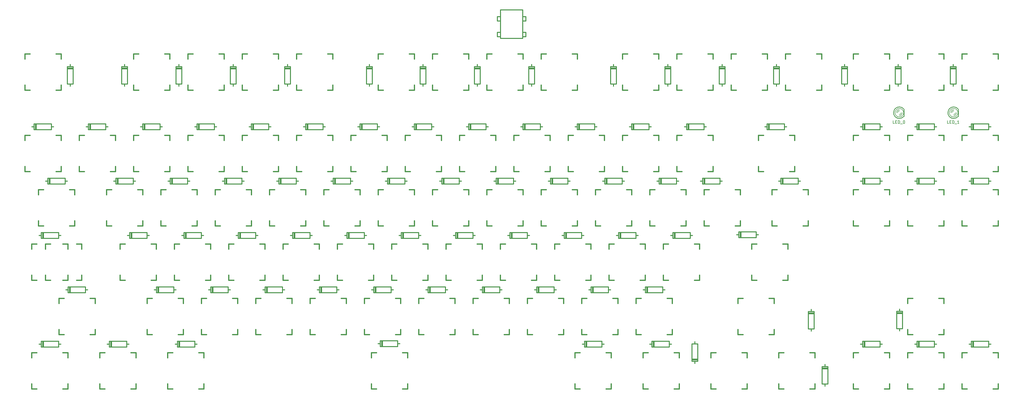
<source format=gto>
G04 (created by PCBNEW (2013-04-19 BZR 4011)-stable) date 14/07/2013 10:02:36 PM*
%MOIN*%
G04 Gerber Fmt 3.4, Leading zero omitted, Abs format*
%FSLAX34Y34*%
G01*
G70*
G90*
G04 APERTURE LIST*
%ADD10C,0*%
%ADD11C,0.007*%
%ADD12C,0.015*%
%ADD13C,0.01*%
%ADD14C,0.006*%
%ADD15C,0.012*%
G04 APERTURE END LIST*
G54D10*
G54D11*
X135700Y-17461D02*
X135509Y-17461D01*
X135509Y-17061D01*
X135833Y-17252D02*
X135966Y-17252D01*
X136023Y-17461D02*
X135833Y-17461D01*
X135833Y-17061D01*
X136023Y-17061D01*
X136195Y-17461D02*
X136195Y-17061D01*
X136290Y-17061D01*
X136347Y-17080D01*
X136385Y-17119D01*
X136404Y-17157D01*
X136423Y-17233D01*
X136423Y-17290D01*
X136404Y-17366D01*
X136385Y-17404D01*
X136347Y-17442D01*
X136290Y-17461D01*
X136195Y-17461D01*
X136500Y-17500D02*
X136804Y-17500D01*
X137109Y-17461D02*
X136880Y-17461D01*
X136995Y-17461D02*
X136995Y-17061D01*
X136957Y-17119D01*
X136919Y-17157D01*
X136880Y-17176D01*
X128200Y-17461D02*
X128009Y-17461D01*
X128009Y-17061D01*
X128333Y-17252D02*
X128466Y-17252D01*
X128523Y-17461D02*
X128333Y-17461D01*
X128333Y-17061D01*
X128523Y-17061D01*
X128695Y-17461D02*
X128695Y-17061D01*
X128790Y-17061D01*
X128847Y-17080D01*
X128885Y-17119D01*
X128904Y-17157D01*
X128923Y-17233D01*
X128923Y-17290D01*
X128904Y-17366D01*
X128885Y-17404D01*
X128847Y-17442D01*
X128790Y-17461D01*
X128695Y-17461D01*
X129000Y-17500D02*
X129304Y-17500D01*
X129476Y-17061D02*
X129514Y-17061D01*
X129552Y-17080D01*
X129571Y-17100D01*
X129590Y-17138D01*
X129609Y-17214D01*
X129609Y-17309D01*
X129590Y-17385D01*
X129571Y-17423D01*
X129552Y-17442D01*
X129514Y-17461D01*
X129476Y-17461D01*
X129438Y-17442D01*
X129419Y-17423D01*
X129400Y-17385D01*
X129380Y-17309D01*
X129380Y-17214D01*
X129400Y-17138D01*
X129419Y-17100D01*
X129438Y-17080D01*
X129476Y-17061D01*
G54D12*
X106572Y-41595D02*
X107272Y-41595D01*
X110872Y-41595D02*
X111572Y-41595D01*
X111572Y-41595D02*
X111572Y-42295D01*
X111572Y-45895D02*
X111572Y-46595D01*
X111572Y-46595D02*
X110872Y-46595D01*
X107272Y-46595D02*
X106572Y-46595D01*
X106572Y-46595D02*
X106572Y-45895D01*
X106572Y-42295D02*
X106572Y-41595D01*
G54D13*
X129480Y-16470D02*
X129480Y-15470D01*
G54D14*
X128399Y-15585D02*
G75*
G03X128260Y-15970I460J-384D01*
G74*
G01*
X128260Y-15970D02*
G75*
G03X128411Y-16367I599J0D01*
G74*
G01*
X129459Y-15970D02*
G75*
G03X129315Y-15580I-599J0D01*
G74*
G01*
X129320Y-16354D02*
G75*
G03X129460Y-15970I-460J384D01*
G74*
G01*
X129347Y-15620D02*
G75*
G03X128860Y-15370I-487J-349D01*
G74*
G01*
X128860Y-15370D02*
G75*
G03X128380Y-15609I0J-600D01*
G74*
G01*
X128860Y-16569D02*
G75*
G03X129332Y-16338I0J599D01*
G74*
G01*
X128386Y-16338D02*
G75*
G03X128860Y-16570I473J368D01*
G74*
G01*
X128860Y-15720D02*
G75*
G03X128610Y-15970I0J-250D01*
G74*
G01*
X128860Y-15570D02*
G75*
G03X128460Y-15970I0J-400D01*
G74*
G01*
X128860Y-16220D02*
G75*
G03X129110Y-15970I0J250D01*
G74*
G01*
X128860Y-16370D02*
G75*
G03X129260Y-15970I0J400D01*
G74*
G01*
G54D13*
X129473Y-15456D02*
G75*
G03X128860Y-15170I-613J-513D01*
G74*
G01*
X128860Y-15171D02*
G75*
G03X128155Y-15593I0J-799D01*
G74*
G01*
X128861Y-16768D02*
G75*
G03X129470Y-16485I-1J798D01*
G74*
G01*
X128165Y-16367D02*
G75*
G03X128860Y-16770I694J397D01*
G74*
G01*
X128155Y-15590D02*
G75*
G03X128060Y-15970I704J-379D01*
G74*
G01*
X128060Y-15970D02*
G75*
G03X128178Y-16388I799J0D01*
G74*
G01*
X136980Y-16470D02*
X136980Y-15470D01*
G54D14*
X135899Y-15585D02*
G75*
G03X135760Y-15970I460J-384D01*
G74*
G01*
X135760Y-15970D02*
G75*
G03X135911Y-16367I599J0D01*
G74*
G01*
X136959Y-15970D02*
G75*
G03X136815Y-15580I-599J0D01*
G74*
G01*
X136820Y-16354D02*
G75*
G03X136960Y-15970I-460J384D01*
G74*
G01*
X136847Y-15620D02*
G75*
G03X136360Y-15370I-487J-349D01*
G74*
G01*
X136360Y-15370D02*
G75*
G03X135880Y-15609I0J-600D01*
G74*
G01*
X136360Y-16569D02*
G75*
G03X136832Y-16338I0J599D01*
G74*
G01*
X135886Y-16338D02*
G75*
G03X136360Y-16570I473J368D01*
G74*
G01*
X136360Y-15720D02*
G75*
G03X136110Y-15970I0J-250D01*
G74*
G01*
X136360Y-15570D02*
G75*
G03X135960Y-15970I0J-400D01*
G74*
G01*
X136360Y-16220D02*
G75*
G03X136610Y-15970I0J250D01*
G74*
G01*
X136360Y-16370D02*
G75*
G03X136760Y-15970I0J400D01*
G74*
G01*
G54D13*
X136973Y-15456D02*
G75*
G03X136360Y-15170I-613J-513D01*
G74*
G01*
X136360Y-15171D02*
G75*
G03X135655Y-15593I0J-799D01*
G74*
G01*
X136361Y-16768D02*
G75*
G03X136970Y-16485I-1J798D01*
G74*
G01*
X135665Y-16367D02*
G75*
G03X136360Y-16770I694J397D01*
G74*
G01*
X135655Y-15590D02*
G75*
G03X135560Y-15970I704J-379D01*
G74*
G01*
X135560Y-15970D02*
G75*
G03X135678Y-16388I799J0D01*
G74*
G01*
G54D12*
X8135Y-19095D02*
X8835Y-19095D01*
X12435Y-19095D02*
X13135Y-19095D01*
X13135Y-19095D02*
X13135Y-19795D01*
X13135Y-23395D02*
X13135Y-24095D01*
X13135Y-24095D02*
X12435Y-24095D01*
X8835Y-24095D02*
X8135Y-24095D01*
X8135Y-24095D02*
X8135Y-23395D01*
X8135Y-19795D02*
X8135Y-19095D01*
X137510Y-49095D02*
X138210Y-49095D01*
X141810Y-49095D02*
X142510Y-49095D01*
X142510Y-49095D02*
X142510Y-49795D01*
X142510Y-53395D02*
X142510Y-54095D01*
X142510Y-54095D02*
X141810Y-54095D01*
X138210Y-54095D02*
X137510Y-54095D01*
X137510Y-54095D02*
X137510Y-53395D01*
X137510Y-49795D02*
X137510Y-49095D01*
X130010Y-26595D02*
X130710Y-26595D01*
X134310Y-26595D02*
X135010Y-26595D01*
X135010Y-26595D02*
X135010Y-27295D01*
X135010Y-30895D02*
X135010Y-31595D01*
X135010Y-31595D02*
X134310Y-31595D01*
X130710Y-31595D02*
X130010Y-31595D01*
X130010Y-31595D02*
X130010Y-30895D01*
X130010Y-27295D02*
X130010Y-26595D01*
X105635Y-7845D02*
X106335Y-7845D01*
X109935Y-7845D02*
X110635Y-7845D01*
X110635Y-7845D02*
X110635Y-8545D01*
X110635Y-12145D02*
X110635Y-12845D01*
X110635Y-12845D02*
X109935Y-12845D01*
X106335Y-12845D02*
X105635Y-12845D01*
X105635Y-12845D02*
X105635Y-12145D01*
X105635Y-8545D02*
X105635Y-7845D01*
X101885Y-26595D02*
X102585Y-26595D01*
X106185Y-26595D02*
X106885Y-26595D01*
X106885Y-26595D02*
X106885Y-27295D01*
X106885Y-30895D02*
X106885Y-31595D01*
X106885Y-31595D02*
X106185Y-31595D01*
X102585Y-31595D02*
X101885Y-31595D01*
X101885Y-31595D02*
X101885Y-30895D01*
X101885Y-27295D02*
X101885Y-26595D01*
X98135Y-19095D02*
X98835Y-19095D01*
X102435Y-19095D02*
X103135Y-19095D01*
X103135Y-19095D02*
X103135Y-19795D01*
X103135Y-23395D02*
X103135Y-24095D01*
X103135Y-24095D02*
X102435Y-24095D01*
X98835Y-24095D02*
X98135Y-24095D01*
X98135Y-24095D02*
X98135Y-23395D01*
X98135Y-19795D02*
X98135Y-19095D01*
X122510Y-7845D02*
X123210Y-7845D01*
X126810Y-7845D02*
X127510Y-7845D01*
X127510Y-7845D02*
X127510Y-8545D01*
X127510Y-12145D02*
X127510Y-12845D01*
X127510Y-12845D02*
X126810Y-12845D01*
X123210Y-12845D02*
X122510Y-12845D01*
X122510Y-12845D02*
X122510Y-12145D01*
X122510Y-8545D02*
X122510Y-7845D01*
X130010Y-19095D02*
X130710Y-19095D01*
X134310Y-19095D02*
X135010Y-19095D01*
X135010Y-19095D02*
X135010Y-19795D01*
X135010Y-23395D02*
X135010Y-24095D01*
X135010Y-24095D02*
X134310Y-24095D01*
X130710Y-24095D02*
X130010Y-24095D01*
X130010Y-24095D02*
X130010Y-23395D01*
X130010Y-19795D02*
X130010Y-19095D01*
X96260Y-34095D02*
X96960Y-34095D01*
X100560Y-34095D02*
X101260Y-34095D01*
X101260Y-34095D02*
X101260Y-34795D01*
X101260Y-38395D02*
X101260Y-39095D01*
X101260Y-39095D02*
X100560Y-39095D01*
X96960Y-39095D02*
X96260Y-39095D01*
X96260Y-39095D02*
X96260Y-38395D01*
X96260Y-34795D02*
X96260Y-34095D01*
X75635Y-19095D02*
X76335Y-19095D01*
X79935Y-19095D02*
X80635Y-19095D01*
X80635Y-19095D02*
X80635Y-19795D01*
X80635Y-23395D02*
X80635Y-24095D01*
X80635Y-24095D02*
X79935Y-24095D01*
X76335Y-24095D02*
X75635Y-24095D01*
X75635Y-24095D02*
X75635Y-23395D01*
X75635Y-19795D02*
X75635Y-19095D01*
X122510Y-26595D02*
X123210Y-26595D01*
X126810Y-26595D02*
X127510Y-26595D01*
X127510Y-26595D02*
X127510Y-27295D01*
X127510Y-30895D02*
X127510Y-31595D01*
X127510Y-31595D02*
X126810Y-31595D01*
X123210Y-31595D02*
X122510Y-31595D01*
X122510Y-31595D02*
X122510Y-30895D01*
X122510Y-27295D02*
X122510Y-26595D01*
X130010Y-7845D02*
X130710Y-7845D01*
X134310Y-7845D02*
X135010Y-7845D01*
X135010Y-7845D02*
X135010Y-8545D01*
X135010Y-12145D02*
X135010Y-12845D01*
X135010Y-12845D02*
X134310Y-12845D01*
X130710Y-12845D02*
X130010Y-12845D01*
X130010Y-12845D02*
X130010Y-12145D01*
X130010Y-8545D02*
X130010Y-7845D01*
X113135Y-7845D02*
X113835Y-7845D01*
X117435Y-7845D02*
X118135Y-7845D01*
X118135Y-7845D02*
X118135Y-8545D01*
X118135Y-12145D02*
X118135Y-12845D01*
X118135Y-12845D02*
X117435Y-12845D01*
X113835Y-12845D02*
X113135Y-12845D01*
X113135Y-12845D02*
X113135Y-12145D01*
X113135Y-8545D02*
X113135Y-7845D01*
X32510Y-41595D02*
X33210Y-41595D01*
X36810Y-41595D02*
X37510Y-41595D01*
X37510Y-41595D02*
X37510Y-42295D01*
X37510Y-45895D02*
X37510Y-46595D01*
X37510Y-46595D02*
X36810Y-46595D01*
X33210Y-46595D02*
X32510Y-46595D01*
X32510Y-46595D02*
X32510Y-45895D01*
X32510Y-42295D02*
X32510Y-41595D01*
X56885Y-26595D02*
X57585Y-26595D01*
X61185Y-26595D02*
X61885Y-26595D01*
X61885Y-26595D02*
X61885Y-27295D01*
X61885Y-30895D02*
X61885Y-31595D01*
X61885Y-31595D02*
X61185Y-31595D01*
X57585Y-31595D02*
X56885Y-31595D01*
X56885Y-31595D02*
X56885Y-30895D01*
X56885Y-27295D02*
X56885Y-26595D01*
X53135Y-19095D02*
X53835Y-19095D01*
X57435Y-19095D02*
X58135Y-19095D01*
X58135Y-19095D02*
X58135Y-19795D01*
X58135Y-23395D02*
X58135Y-24095D01*
X58135Y-24095D02*
X57435Y-24095D01*
X53835Y-24095D02*
X53135Y-24095D01*
X53135Y-24095D02*
X53135Y-23395D01*
X53135Y-19795D02*
X53135Y-19095D01*
X45635Y-7845D02*
X46335Y-7845D01*
X49935Y-7845D02*
X50635Y-7845D01*
X50635Y-7845D02*
X50635Y-8545D01*
X50635Y-12145D02*
X50635Y-12845D01*
X50635Y-12845D02*
X49935Y-12845D01*
X46335Y-12845D02*
X45635Y-12845D01*
X45635Y-12845D02*
X45635Y-12145D01*
X45635Y-8545D02*
X45635Y-7845D01*
X47510Y-41595D02*
X48210Y-41595D01*
X51810Y-41595D02*
X52510Y-41595D01*
X52510Y-41595D02*
X52510Y-42295D01*
X52510Y-45895D02*
X52510Y-46595D01*
X52510Y-46595D02*
X51810Y-46595D01*
X48210Y-46595D02*
X47510Y-46595D01*
X47510Y-46595D02*
X47510Y-45895D01*
X47510Y-42295D02*
X47510Y-41595D01*
X43760Y-34095D02*
X44460Y-34095D01*
X48060Y-34095D02*
X48760Y-34095D01*
X48760Y-34095D02*
X48760Y-34795D01*
X48760Y-38395D02*
X48760Y-39095D01*
X48760Y-39095D02*
X48060Y-39095D01*
X44460Y-39095D02*
X43760Y-39095D01*
X43760Y-39095D02*
X43760Y-38395D01*
X43760Y-34795D02*
X43760Y-34095D01*
X49385Y-26595D02*
X50085Y-26595D01*
X53685Y-26595D02*
X54385Y-26595D01*
X54385Y-26595D02*
X54385Y-27295D01*
X54385Y-30895D02*
X54385Y-31595D01*
X54385Y-31595D02*
X53685Y-31595D01*
X50085Y-31595D02*
X49385Y-31595D01*
X49385Y-31595D02*
X49385Y-30895D01*
X49385Y-27295D02*
X49385Y-26595D01*
X45635Y-19095D02*
X46335Y-19095D01*
X49935Y-19095D02*
X50635Y-19095D01*
X50635Y-19095D02*
X50635Y-19795D01*
X50635Y-23395D02*
X50635Y-24095D01*
X50635Y-24095D02*
X49935Y-24095D01*
X46335Y-24095D02*
X45635Y-24095D01*
X45635Y-24095D02*
X45635Y-23395D01*
X45635Y-19795D02*
X45635Y-19095D01*
X38135Y-7845D02*
X38835Y-7845D01*
X42435Y-7845D02*
X43135Y-7845D01*
X43135Y-7845D02*
X43135Y-8545D01*
X43135Y-12145D02*
X43135Y-12845D01*
X43135Y-12845D02*
X42435Y-12845D01*
X38835Y-12845D02*
X38135Y-12845D01*
X38135Y-12845D02*
X38135Y-12145D01*
X38135Y-8545D02*
X38135Y-7845D01*
X40010Y-41595D02*
X40710Y-41595D01*
X44310Y-41595D02*
X45010Y-41595D01*
X45010Y-41595D02*
X45010Y-42295D01*
X45010Y-45895D02*
X45010Y-46595D01*
X45010Y-46595D02*
X44310Y-46595D01*
X40710Y-46595D02*
X40010Y-46595D01*
X40010Y-46595D02*
X40010Y-45895D01*
X40010Y-42295D02*
X40010Y-41595D01*
X36260Y-34095D02*
X36960Y-34095D01*
X40560Y-34095D02*
X41260Y-34095D01*
X41260Y-34095D02*
X41260Y-34795D01*
X41260Y-38395D02*
X41260Y-39095D01*
X41260Y-39095D02*
X40560Y-39095D01*
X36960Y-39095D02*
X36260Y-39095D01*
X36260Y-39095D02*
X36260Y-38395D01*
X36260Y-34795D02*
X36260Y-34095D01*
X41885Y-26595D02*
X42585Y-26595D01*
X46185Y-26595D02*
X46885Y-26595D01*
X46885Y-26595D02*
X46885Y-27295D01*
X46885Y-30895D02*
X46885Y-31595D01*
X46885Y-31595D02*
X46185Y-31595D01*
X42585Y-31595D02*
X41885Y-31595D01*
X41885Y-31595D02*
X41885Y-30895D01*
X41885Y-27295D02*
X41885Y-26595D01*
X38135Y-19095D02*
X38835Y-19095D01*
X42435Y-19095D02*
X43135Y-19095D01*
X43135Y-19095D02*
X43135Y-19795D01*
X43135Y-23395D02*
X43135Y-24095D01*
X43135Y-24095D02*
X42435Y-24095D01*
X38835Y-24095D02*
X38135Y-24095D01*
X38135Y-24095D02*
X38135Y-23395D01*
X38135Y-19795D02*
X38135Y-19095D01*
X30635Y-7845D02*
X31335Y-7845D01*
X34935Y-7845D02*
X35635Y-7845D01*
X35635Y-7845D02*
X35635Y-8545D01*
X35635Y-12145D02*
X35635Y-12845D01*
X35635Y-12845D02*
X34935Y-12845D01*
X31335Y-12845D02*
X30635Y-12845D01*
X30635Y-12845D02*
X30635Y-12145D01*
X30635Y-8545D02*
X30635Y-7845D01*
X98135Y-7845D02*
X98835Y-7845D01*
X102435Y-7845D02*
X103135Y-7845D01*
X103135Y-7845D02*
X103135Y-8545D01*
X103135Y-12145D02*
X103135Y-12845D01*
X103135Y-12845D02*
X102435Y-12845D01*
X98835Y-12845D02*
X98135Y-12845D01*
X98135Y-12845D02*
X98135Y-12145D01*
X98135Y-8545D02*
X98135Y-7845D01*
X28760Y-34095D02*
X29460Y-34095D01*
X33060Y-34095D02*
X33760Y-34095D01*
X33760Y-34095D02*
X33760Y-34795D01*
X33760Y-38395D02*
X33760Y-39095D01*
X33760Y-39095D02*
X33060Y-39095D01*
X29460Y-39095D02*
X28760Y-39095D01*
X28760Y-39095D02*
X28760Y-38395D01*
X28760Y-34795D02*
X28760Y-34095D01*
X34385Y-26595D02*
X35085Y-26595D01*
X38685Y-26595D02*
X39385Y-26595D01*
X39385Y-26595D02*
X39385Y-27295D01*
X39385Y-30895D02*
X39385Y-31595D01*
X39385Y-31595D02*
X38685Y-31595D01*
X35085Y-31595D02*
X34385Y-31595D01*
X34385Y-31595D02*
X34385Y-30895D01*
X34385Y-27295D02*
X34385Y-26595D01*
X30635Y-19095D02*
X31335Y-19095D01*
X34935Y-19095D02*
X35635Y-19095D01*
X35635Y-19095D02*
X35635Y-19795D01*
X35635Y-23395D02*
X35635Y-24095D01*
X35635Y-24095D02*
X34935Y-24095D01*
X31335Y-24095D02*
X30635Y-24095D01*
X30635Y-24095D02*
X30635Y-23395D01*
X30635Y-19795D02*
X30635Y-19095D01*
X23135Y-7845D02*
X23835Y-7845D01*
X27435Y-7845D02*
X28135Y-7845D01*
X28135Y-7845D02*
X28135Y-8545D01*
X28135Y-12145D02*
X28135Y-12845D01*
X28135Y-12845D02*
X27435Y-12845D01*
X23835Y-12845D02*
X23135Y-12845D01*
X23135Y-12845D02*
X23135Y-12145D01*
X23135Y-8545D02*
X23135Y-7845D01*
X25010Y-41595D02*
X25710Y-41595D01*
X29310Y-41595D02*
X30010Y-41595D01*
X30010Y-41595D02*
X30010Y-42295D01*
X30010Y-45895D02*
X30010Y-46595D01*
X30010Y-46595D02*
X29310Y-46595D01*
X25710Y-46595D02*
X25010Y-46595D01*
X25010Y-46595D02*
X25010Y-45895D01*
X25010Y-42295D02*
X25010Y-41595D01*
X21260Y-34095D02*
X21960Y-34095D01*
X25560Y-34095D02*
X26260Y-34095D01*
X26260Y-34095D02*
X26260Y-34795D01*
X26260Y-38395D02*
X26260Y-39095D01*
X26260Y-39095D02*
X25560Y-39095D01*
X21960Y-39095D02*
X21260Y-39095D01*
X21260Y-39095D02*
X21260Y-38395D01*
X21260Y-34795D02*
X21260Y-34095D01*
X26885Y-26595D02*
X27585Y-26595D01*
X31185Y-26595D02*
X31885Y-26595D01*
X31885Y-26595D02*
X31885Y-27295D01*
X31885Y-30895D02*
X31885Y-31595D01*
X31885Y-31595D02*
X31185Y-31595D01*
X27585Y-31595D02*
X26885Y-31595D01*
X26885Y-31595D02*
X26885Y-30895D01*
X26885Y-27295D02*
X26885Y-26595D01*
X23135Y-19095D02*
X23835Y-19095D01*
X27435Y-19095D02*
X28135Y-19095D01*
X28135Y-19095D02*
X28135Y-19795D01*
X28135Y-23395D02*
X28135Y-24095D01*
X28135Y-24095D02*
X27435Y-24095D01*
X23835Y-24095D02*
X23135Y-24095D01*
X23135Y-24095D02*
X23135Y-23395D01*
X23135Y-19795D02*
X23135Y-19095D01*
X19385Y-26595D02*
X20085Y-26595D01*
X23685Y-26595D02*
X24385Y-26595D01*
X24385Y-26595D02*
X24385Y-27295D01*
X24385Y-30895D02*
X24385Y-31595D01*
X24385Y-31595D02*
X23685Y-31595D01*
X20085Y-31595D02*
X19385Y-31595D01*
X19385Y-31595D02*
X19385Y-30895D01*
X19385Y-27295D02*
X19385Y-26595D01*
X15635Y-19095D02*
X16335Y-19095D01*
X19935Y-19095D02*
X20635Y-19095D01*
X20635Y-19095D02*
X20635Y-19795D01*
X20635Y-23395D02*
X20635Y-24095D01*
X20635Y-24095D02*
X19935Y-24095D01*
X16335Y-24095D02*
X15635Y-24095D01*
X15635Y-24095D02*
X15635Y-23395D01*
X15635Y-19795D02*
X15635Y-19095D01*
X8135Y-7845D02*
X8835Y-7845D01*
X12435Y-7845D02*
X13135Y-7845D01*
X13135Y-7845D02*
X13135Y-8545D01*
X13135Y-12145D02*
X13135Y-12845D01*
X13135Y-12845D02*
X12435Y-12845D01*
X8835Y-12845D02*
X8135Y-12845D01*
X8135Y-12845D02*
X8135Y-12145D01*
X8135Y-8545D02*
X8135Y-7845D01*
X51260Y-34095D02*
X51960Y-34095D01*
X55560Y-34095D02*
X56260Y-34095D01*
X56260Y-34095D02*
X56260Y-34795D01*
X56260Y-38395D02*
X56260Y-39095D01*
X56260Y-39095D02*
X55560Y-39095D01*
X51960Y-39095D02*
X51260Y-39095D01*
X51260Y-39095D02*
X51260Y-38395D01*
X51260Y-34795D02*
X51260Y-34095D01*
X92510Y-41595D02*
X93210Y-41595D01*
X96810Y-41595D02*
X97510Y-41595D01*
X97510Y-41595D02*
X97510Y-42295D01*
X97510Y-45895D02*
X97510Y-46595D01*
X97510Y-46595D02*
X96810Y-46595D01*
X93210Y-46595D02*
X92510Y-46595D01*
X92510Y-46595D02*
X92510Y-45895D01*
X92510Y-42295D02*
X92510Y-41595D01*
X88760Y-34095D02*
X89460Y-34095D01*
X93060Y-34095D02*
X93760Y-34095D01*
X93760Y-34095D02*
X93760Y-34795D01*
X93760Y-38395D02*
X93760Y-39095D01*
X93760Y-39095D02*
X93060Y-39095D01*
X89460Y-39095D02*
X88760Y-39095D01*
X88760Y-39095D02*
X88760Y-38395D01*
X88760Y-34795D02*
X88760Y-34095D01*
X94385Y-26595D02*
X95085Y-26595D01*
X98685Y-26595D02*
X99385Y-26595D01*
X99385Y-26595D02*
X99385Y-27295D01*
X99385Y-30895D02*
X99385Y-31595D01*
X99385Y-31595D02*
X98685Y-31595D01*
X95085Y-31595D02*
X94385Y-31595D01*
X94385Y-31595D02*
X94385Y-30895D01*
X94385Y-27295D02*
X94385Y-26595D01*
X90635Y-19095D02*
X91335Y-19095D01*
X94935Y-19095D02*
X95635Y-19095D01*
X95635Y-19095D02*
X95635Y-19795D01*
X95635Y-23395D02*
X95635Y-24095D01*
X95635Y-24095D02*
X94935Y-24095D01*
X91335Y-24095D02*
X90635Y-24095D01*
X90635Y-24095D02*
X90635Y-23395D01*
X90635Y-19795D02*
X90635Y-19095D01*
X90635Y-7845D02*
X91335Y-7845D01*
X94935Y-7845D02*
X95635Y-7845D01*
X95635Y-7845D02*
X95635Y-8545D01*
X95635Y-12145D02*
X95635Y-12845D01*
X95635Y-12845D02*
X94935Y-12845D01*
X91335Y-12845D02*
X90635Y-12845D01*
X90635Y-12845D02*
X90635Y-12145D01*
X90635Y-8545D02*
X90635Y-7845D01*
X85010Y-41595D02*
X85710Y-41595D01*
X89310Y-41595D02*
X90010Y-41595D01*
X90010Y-41595D02*
X90010Y-42295D01*
X90010Y-45895D02*
X90010Y-46595D01*
X90010Y-46595D02*
X89310Y-46595D01*
X85710Y-46595D02*
X85010Y-46595D01*
X85010Y-46595D02*
X85010Y-45895D01*
X85010Y-42295D02*
X85010Y-41595D01*
X81260Y-34095D02*
X81960Y-34095D01*
X85560Y-34095D02*
X86260Y-34095D01*
X86260Y-34095D02*
X86260Y-34795D01*
X86260Y-38395D02*
X86260Y-39095D01*
X86260Y-39095D02*
X85560Y-39095D01*
X81960Y-39095D02*
X81260Y-39095D01*
X81260Y-39095D02*
X81260Y-38395D01*
X81260Y-34795D02*
X81260Y-34095D01*
X86885Y-26595D02*
X87585Y-26595D01*
X91185Y-26595D02*
X91885Y-26595D01*
X91885Y-26595D02*
X91885Y-27295D01*
X91885Y-30895D02*
X91885Y-31595D01*
X91885Y-31595D02*
X91185Y-31595D01*
X87585Y-31595D02*
X86885Y-31595D01*
X86885Y-31595D02*
X86885Y-30895D01*
X86885Y-27295D02*
X86885Y-26595D01*
X83135Y-19095D02*
X83835Y-19095D01*
X87435Y-19095D02*
X88135Y-19095D01*
X88135Y-19095D02*
X88135Y-19795D01*
X88135Y-23395D02*
X88135Y-24095D01*
X88135Y-24095D02*
X87435Y-24095D01*
X83835Y-24095D02*
X83135Y-24095D01*
X83135Y-24095D02*
X83135Y-23395D01*
X83135Y-19795D02*
X83135Y-19095D01*
X79385Y-7845D02*
X80085Y-7845D01*
X83685Y-7845D02*
X84385Y-7845D01*
X84385Y-7845D02*
X84385Y-8545D01*
X84385Y-12145D02*
X84385Y-12845D01*
X84385Y-12845D02*
X83685Y-12845D01*
X80085Y-12845D02*
X79385Y-12845D01*
X79385Y-12845D02*
X79385Y-12145D01*
X79385Y-8545D02*
X79385Y-7845D01*
X77510Y-41595D02*
X78210Y-41595D01*
X81810Y-41595D02*
X82510Y-41595D01*
X82510Y-41595D02*
X82510Y-42295D01*
X82510Y-45895D02*
X82510Y-46595D01*
X82510Y-46595D02*
X81810Y-46595D01*
X78210Y-46595D02*
X77510Y-46595D01*
X77510Y-46595D02*
X77510Y-45895D01*
X77510Y-42295D02*
X77510Y-41595D01*
X73760Y-34095D02*
X74460Y-34095D01*
X78060Y-34095D02*
X78760Y-34095D01*
X78760Y-34095D02*
X78760Y-34795D01*
X78760Y-38395D02*
X78760Y-39095D01*
X78760Y-39095D02*
X78060Y-39095D01*
X74460Y-39095D02*
X73760Y-39095D01*
X73760Y-39095D02*
X73760Y-38395D01*
X73760Y-34795D02*
X73760Y-34095D01*
X79385Y-26595D02*
X80085Y-26595D01*
X83685Y-26595D02*
X84385Y-26595D01*
X84385Y-26595D02*
X84385Y-27295D01*
X84385Y-30895D02*
X84385Y-31595D01*
X84385Y-31595D02*
X83685Y-31595D01*
X80085Y-31595D02*
X79385Y-31595D01*
X79385Y-31595D02*
X79385Y-30895D01*
X79385Y-27295D02*
X79385Y-26595D01*
X71885Y-7845D02*
X72585Y-7845D01*
X76185Y-7845D02*
X76885Y-7845D01*
X76885Y-7845D02*
X76885Y-8545D01*
X76885Y-12145D02*
X76885Y-12845D01*
X76885Y-12845D02*
X76185Y-12845D01*
X72585Y-12845D02*
X71885Y-12845D01*
X71885Y-12845D02*
X71885Y-12145D01*
X71885Y-8545D02*
X71885Y-7845D01*
X70010Y-41595D02*
X70710Y-41595D01*
X74310Y-41595D02*
X75010Y-41595D01*
X75010Y-41595D02*
X75010Y-42295D01*
X75010Y-45895D02*
X75010Y-46595D01*
X75010Y-46595D02*
X74310Y-46595D01*
X70710Y-46595D02*
X70010Y-46595D01*
X70010Y-46595D02*
X70010Y-45895D01*
X70010Y-42295D02*
X70010Y-41595D01*
X66260Y-34095D02*
X66960Y-34095D01*
X70560Y-34095D02*
X71260Y-34095D01*
X71260Y-34095D02*
X71260Y-34795D01*
X71260Y-38395D02*
X71260Y-39095D01*
X71260Y-39095D02*
X70560Y-39095D01*
X66960Y-39095D02*
X66260Y-39095D01*
X66260Y-39095D02*
X66260Y-38395D01*
X66260Y-34795D02*
X66260Y-34095D01*
X71885Y-26595D02*
X72585Y-26595D01*
X76185Y-26595D02*
X76885Y-26595D01*
X76885Y-26595D02*
X76885Y-27295D01*
X76885Y-30895D02*
X76885Y-31595D01*
X76885Y-31595D02*
X76185Y-31595D01*
X72585Y-31595D02*
X71885Y-31595D01*
X71885Y-31595D02*
X71885Y-30895D01*
X71885Y-27295D02*
X71885Y-26595D01*
X68135Y-19095D02*
X68835Y-19095D01*
X72435Y-19095D02*
X73135Y-19095D01*
X73135Y-19095D02*
X73135Y-19795D01*
X73135Y-23395D02*
X73135Y-24095D01*
X73135Y-24095D02*
X72435Y-24095D01*
X68835Y-24095D02*
X68135Y-24095D01*
X68135Y-24095D02*
X68135Y-23395D01*
X68135Y-19795D02*
X68135Y-19095D01*
X64385Y-7845D02*
X65085Y-7845D01*
X68685Y-7845D02*
X69385Y-7845D01*
X69385Y-7845D02*
X69385Y-8545D01*
X69385Y-12145D02*
X69385Y-12845D01*
X69385Y-12845D02*
X68685Y-12845D01*
X65085Y-12845D02*
X64385Y-12845D01*
X64385Y-12845D02*
X64385Y-12145D01*
X64385Y-8545D02*
X64385Y-7845D01*
X62510Y-41595D02*
X63210Y-41595D01*
X66810Y-41595D02*
X67510Y-41595D01*
X67510Y-41595D02*
X67510Y-42295D01*
X67510Y-45895D02*
X67510Y-46595D01*
X67510Y-46595D02*
X66810Y-46595D01*
X63210Y-46595D02*
X62510Y-46595D01*
X62510Y-46595D02*
X62510Y-45895D01*
X62510Y-42295D02*
X62510Y-41595D01*
X58760Y-34095D02*
X59460Y-34095D01*
X63060Y-34095D02*
X63760Y-34095D01*
X63760Y-34095D02*
X63760Y-34795D01*
X63760Y-38395D02*
X63760Y-39095D01*
X63760Y-39095D02*
X63060Y-39095D01*
X59460Y-39095D02*
X58760Y-39095D01*
X58760Y-39095D02*
X58760Y-38395D01*
X58760Y-34795D02*
X58760Y-34095D01*
X64385Y-26595D02*
X65085Y-26595D01*
X68685Y-26595D02*
X69385Y-26595D01*
X69385Y-26595D02*
X69385Y-27295D01*
X69385Y-30895D02*
X69385Y-31595D01*
X69385Y-31595D02*
X68685Y-31595D01*
X65085Y-31595D02*
X64385Y-31595D01*
X64385Y-31595D02*
X64385Y-30895D01*
X64385Y-27295D02*
X64385Y-26595D01*
X60635Y-19095D02*
X61335Y-19095D01*
X64935Y-19095D02*
X65635Y-19095D01*
X65635Y-19095D02*
X65635Y-19795D01*
X65635Y-23395D02*
X65635Y-24095D01*
X65635Y-24095D02*
X64935Y-24095D01*
X61335Y-24095D02*
X60635Y-24095D01*
X60635Y-24095D02*
X60635Y-23395D01*
X60635Y-19795D02*
X60635Y-19095D01*
X56885Y-7845D02*
X57585Y-7845D01*
X61185Y-7845D02*
X61885Y-7845D01*
X61885Y-7845D02*
X61885Y-8545D01*
X61885Y-12145D02*
X61885Y-12845D01*
X61885Y-12845D02*
X61185Y-12845D01*
X57585Y-12845D02*
X56885Y-12845D01*
X56885Y-12845D02*
X56885Y-12145D01*
X56885Y-8545D02*
X56885Y-7845D01*
X55010Y-41595D02*
X55710Y-41595D01*
X59310Y-41595D02*
X60010Y-41595D01*
X60010Y-41595D02*
X60010Y-42295D01*
X60010Y-45895D02*
X60010Y-46595D01*
X60010Y-46595D02*
X59310Y-46595D01*
X55710Y-46595D02*
X55010Y-46595D01*
X55010Y-46595D02*
X55010Y-45895D01*
X55010Y-42295D02*
X55010Y-41595D01*
X130010Y-49095D02*
X130710Y-49095D01*
X134310Y-49095D02*
X135010Y-49095D01*
X135010Y-49095D02*
X135010Y-49795D01*
X135010Y-53395D02*
X135010Y-54095D01*
X135010Y-54095D02*
X134310Y-54095D01*
X130710Y-54095D02*
X130010Y-54095D01*
X130010Y-54095D02*
X130010Y-53395D01*
X130010Y-49795D02*
X130010Y-49095D01*
X130010Y-41595D02*
X130710Y-41595D01*
X134310Y-41595D02*
X135010Y-41595D01*
X135010Y-41595D02*
X135010Y-42295D01*
X135010Y-45895D02*
X135010Y-46595D01*
X135010Y-46595D02*
X134310Y-46595D01*
X130710Y-46595D02*
X130010Y-46595D01*
X130010Y-46595D02*
X130010Y-45895D01*
X130010Y-42295D02*
X130010Y-41595D01*
X122510Y-49095D02*
X123210Y-49095D01*
X126810Y-49095D02*
X127510Y-49095D01*
X127510Y-49095D02*
X127510Y-49795D01*
X127510Y-53395D02*
X127510Y-54095D01*
X127510Y-54095D02*
X126810Y-54095D01*
X123210Y-54095D02*
X122510Y-54095D01*
X122510Y-54095D02*
X122510Y-53395D01*
X122510Y-49795D02*
X122510Y-49095D01*
X122510Y-19095D02*
X123210Y-19095D01*
X126810Y-19095D02*
X127510Y-19095D01*
X127510Y-19095D02*
X127510Y-19795D01*
X127510Y-23395D02*
X127510Y-24095D01*
X127510Y-24095D02*
X126810Y-24095D01*
X123210Y-24095D02*
X122510Y-24095D01*
X122510Y-24095D02*
X122510Y-23395D01*
X122510Y-19795D02*
X122510Y-19095D01*
X137510Y-7845D02*
X138210Y-7845D01*
X141810Y-7845D02*
X142510Y-7845D01*
X142510Y-7845D02*
X142510Y-8545D01*
X142510Y-12145D02*
X142510Y-12845D01*
X142510Y-12845D02*
X141810Y-12845D01*
X138210Y-12845D02*
X137510Y-12845D01*
X137510Y-12845D02*
X137510Y-12145D01*
X137510Y-8545D02*
X137510Y-7845D01*
X137510Y-19095D02*
X138210Y-19095D01*
X141810Y-19095D02*
X142510Y-19095D01*
X142510Y-19095D02*
X142510Y-19795D01*
X142510Y-23395D02*
X142510Y-24095D01*
X142510Y-24095D02*
X141810Y-24095D01*
X138210Y-24095D02*
X137510Y-24095D01*
X137510Y-24095D02*
X137510Y-23395D01*
X137510Y-19795D02*
X137510Y-19095D01*
X137510Y-26595D02*
X138210Y-26595D01*
X141810Y-26595D02*
X142510Y-26595D01*
X142510Y-26595D02*
X142510Y-27295D01*
X142510Y-30895D02*
X142510Y-31595D01*
X142510Y-31595D02*
X141810Y-31595D01*
X138210Y-31595D02*
X137510Y-31595D01*
X137510Y-31595D02*
X137510Y-30895D01*
X137510Y-27295D02*
X137510Y-26595D01*
X111260Y-26595D02*
X111960Y-26595D01*
X115560Y-26595D02*
X116260Y-26595D01*
X116260Y-26595D02*
X116260Y-27295D01*
X116260Y-30895D02*
X116260Y-31595D01*
X116260Y-31595D02*
X115560Y-31595D01*
X111960Y-31595D02*
X111260Y-31595D01*
X111260Y-31595D02*
X111260Y-30895D01*
X111260Y-27295D02*
X111260Y-26595D01*
X10010Y-26595D02*
X10710Y-26595D01*
X14310Y-26595D02*
X15010Y-26595D01*
X15010Y-26595D02*
X15010Y-27295D01*
X15010Y-30895D02*
X15010Y-31595D01*
X15010Y-31595D02*
X14310Y-31595D01*
X10710Y-31595D02*
X10010Y-31595D01*
X10010Y-31595D02*
X10010Y-30895D01*
X10010Y-27295D02*
X10010Y-26595D01*
X27822Y-49095D02*
X28522Y-49095D01*
X32122Y-49095D02*
X32822Y-49095D01*
X32822Y-49095D02*
X32822Y-49795D01*
X32822Y-53395D02*
X32822Y-54095D01*
X32822Y-54095D02*
X32122Y-54095D01*
X28522Y-54095D02*
X27822Y-54095D01*
X27822Y-54095D02*
X27822Y-53395D01*
X27822Y-49795D02*
X27822Y-49095D01*
X18447Y-49095D02*
X19147Y-49095D01*
X22747Y-49095D02*
X23447Y-49095D01*
X23447Y-49095D02*
X23447Y-49795D01*
X23447Y-53395D02*
X23447Y-54095D01*
X23447Y-54095D02*
X22747Y-54095D01*
X19147Y-54095D02*
X18447Y-54095D01*
X18447Y-54095D02*
X18447Y-53395D01*
X18447Y-49795D02*
X18447Y-49095D01*
X9072Y-49095D02*
X9772Y-49095D01*
X13372Y-49095D02*
X14072Y-49095D01*
X14072Y-49095D02*
X14072Y-49795D01*
X14072Y-53395D02*
X14072Y-54095D01*
X14072Y-54095D02*
X13372Y-54095D01*
X9772Y-54095D02*
X9072Y-54095D01*
X9072Y-54095D02*
X9072Y-53395D01*
X9072Y-49795D02*
X9072Y-49095D01*
X102822Y-49095D02*
X103522Y-49095D01*
X107122Y-49095D02*
X107822Y-49095D01*
X107822Y-49095D02*
X107822Y-49795D01*
X107822Y-53395D02*
X107822Y-54095D01*
X107822Y-54095D02*
X107122Y-54095D01*
X103522Y-54095D02*
X102822Y-54095D01*
X102822Y-54095D02*
X102822Y-53395D01*
X102822Y-49795D02*
X102822Y-49095D01*
X112197Y-49095D02*
X112897Y-49095D01*
X116497Y-49095D02*
X117197Y-49095D01*
X117197Y-49095D02*
X117197Y-49795D01*
X117197Y-53395D02*
X117197Y-54095D01*
X117197Y-54095D02*
X116497Y-54095D01*
X112897Y-54095D02*
X112197Y-54095D01*
X112197Y-54095D02*
X112197Y-53395D01*
X112197Y-49795D02*
X112197Y-49095D01*
X93447Y-49095D02*
X94147Y-49095D01*
X97747Y-49095D02*
X98447Y-49095D01*
X98447Y-49095D02*
X98447Y-49795D01*
X98447Y-53395D02*
X98447Y-54095D01*
X98447Y-54095D02*
X97747Y-54095D01*
X94147Y-54095D02*
X93447Y-54095D01*
X93447Y-54095D02*
X93447Y-53395D01*
X93447Y-49795D02*
X93447Y-49095D01*
X84072Y-49095D02*
X84772Y-49095D01*
X88372Y-49095D02*
X89072Y-49095D01*
X89072Y-49095D02*
X89072Y-49795D01*
X89072Y-53395D02*
X89072Y-54095D01*
X89072Y-54095D02*
X88372Y-54095D01*
X84772Y-54095D02*
X84072Y-54095D01*
X84072Y-54095D02*
X84072Y-53395D01*
X84072Y-49795D02*
X84072Y-49095D01*
X55947Y-49095D02*
X56647Y-49095D01*
X60247Y-49095D02*
X60947Y-49095D01*
X60947Y-49095D02*
X60947Y-49795D01*
X60947Y-53395D02*
X60947Y-54095D01*
X60947Y-54095D02*
X60247Y-54095D01*
X56647Y-54095D02*
X55947Y-54095D01*
X55947Y-54095D02*
X55947Y-53395D01*
X55947Y-49795D02*
X55947Y-49095D01*
X108447Y-34095D02*
X109147Y-34095D01*
X112747Y-34095D02*
X113447Y-34095D01*
X113447Y-34095D02*
X113447Y-34795D01*
X113447Y-38395D02*
X113447Y-39095D01*
X113447Y-39095D02*
X112747Y-39095D01*
X109147Y-39095D02*
X108447Y-39095D01*
X108447Y-39095D02*
X108447Y-38395D01*
X108447Y-34795D02*
X108447Y-34095D01*
X12822Y-41595D02*
X13522Y-41595D01*
X17122Y-41595D02*
X17822Y-41595D01*
X17822Y-41595D02*
X17822Y-42295D01*
X17822Y-45895D02*
X17822Y-46595D01*
X17822Y-46595D02*
X17122Y-46595D01*
X13522Y-46595D02*
X12822Y-46595D01*
X12822Y-46595D02*
X12822Y-45895D01*
X12822Y-42295D02*
X12822Y-41595D01*
X10947Y-34795D02*
X10947Y-34095D01*
X10947Y-39095D02*
X10947Y-38395D01*
X11647Y-39095D02*
X10947Y-39095D01*
X15947Y-39095D02*
X15247Y-39095D01*
X15947Y-38395D02*
X15947Y-39095D01*
X15947Y-34095D02*
X15947Y-34795D01*
X15247Y-34095D02*
X15947Y-34095D01*
X10947Y-34095D02*
X11647Y-34095D01*
X9072Y-34095D02*
X9772Y-34095D01*
X13372Y-34095D02*
X14072Y-34095D01*
X14072Y-34095D02*
X14072Y-34795D01*
X14072Y-38395D02*
X14072Y-39095D01*
X14072Y-39095D02*
X13372Y-39095D01*
X9772Y-39095D02*
X9072Y-39095D01*
X9072Y-39095D02*
X9072Y-38395D01*
X9072Y-34795D02*
X9072Y-34095D01*
X109385Y-19095D02*
X110085Y-19095D01*
X113685Y-19095D02*
X114385Y-19095D01*
X114385Y-19095D02*
X114385Y-19795D01*
X114385Y-23395D02*
X114385Y-24095D01*
X114385Y-24095D02*
X113685Y-24095D01*
X110085Y-24095D02*
X109385Y-24095D01*
X109385Y-24095D02*
X109385Y-23395D01*
X109385Y-19795D02*
X109385Y-19095D01*
G54D15*
X65400Y-25400D02*
X65700Y-25400D01*
X65700Y-25400D02*
X65700Y-25800D01*
X65700Y-25800D02*
X68100Y-25800D01*
X68100Y-25800D02*
X68100Y-25400D01*
X68100Y-25400D02*
X68400Y-25400D01*
X68100Y-25400D02*
X68100Y-25000D01*
X68100Y-25000D02*
X65700Y-25000D01*
X65700Y-25000D02*
X65700Y-25400D01*
X65900Y-25800D02*
X65900Y-25000D01*
X66000Y-25000D02*
X66000Y-25800D01*
X76600Y-17900D02*
X76900Y-17900D01*
X76900Y-17900D02*
X76900Y-18300D01*
X76900Y-18300D02*
X79300Y-18300D01*
X79300Y-18300D02*
X79300Y-17900D01*
X79300Y-17900D02*
X79600Y-17900D01*
X79300Y-17900D02*
X79300Y-17500D01*
X79300Y-17500D02*
X76900Y-17500D01*
X76900Y-17500D02*
X76900Y-17900D01*
X77100Y-18300D02*
X77100Y-17500D01*
X77200Y-17500D02*
X77200Y-18300D01*
X70600Y-9300D02*
X70600Y-9600D01*
X70600Y-9600D02*
X70200Y-9600D01*
X70200Y-9600D02*
X70200Y-12000D01*
X70200Y-12000D02*
X70600Y-12000D01*
X70600Y-12000D02*
X70600Y-12300D01*
X70600Y-12000D02*
X71000Y-12000D01*
X71000Y-12000D02*
X71000Y-9600D01*
X71000Y-9600D02*
X70600Y-9600D01*
X70200Y-9800D02*
X71000Y-9800D01*
X71000Y-9900D02*
X70200Y-9900D01*
X71000Y-40400D02*
X71300Y-40400D01*
X71300Y-40400D02*
X71300Y-40800D01*
X71300Y-40800D02*
X73700Y-40800D01*
X73700Y-40800D02*
X73700Y-40400D01*
X73700Y-40400D02*
X74000Y-40400D01*
X73700Y-40400D02*
X73700Y-40000D01*
X73700Y-40000D02*
X71300Y-40000D01*
X71300Y-40000D02*
X71300Y-40400D01*
X71500Y-40800D02*
X71500Y-40000D01*
X71600Y-40000D02*
X71600Y-40800D01*
X67300Y-32900D02*
X67600Y-32900D01*
X67600Y-32900D02*
X67600Y-33300D01*
X67600Y-33300D02*
X70000Y-33300D01*
X70000Y-33300D02*
X70000Y-32900D01*
X70000Y-32900D02*
X70300Y-32900D01*
X70000Y-32900D02*
X70000Y-32500D01*
X70000Y-32500D02*
X67600Y-32500D01*
X67600Y-32500D02*
X67600Y-32900D01*
X67800Y-33300D02*
X67800Y-32500D01*
X67900Y-32500D02*
X67900Y-33300D01*
X72900Y-25400D02*
X73200Y-25400D01*
X73200Y-25400D02*
X73200Y-25800D01*
X73200Y-25800D02*
X75600Y-25800D01*
X75600Y-25800D02*
X75600Y-25400D01*
X75600Y-25400D02*
X75900Y-25400D01*
X75600Y-25400D02*
X75600Y-25000D01*
X75600Y-25000D02*
X73200Y-25000D01*
X73200Y-25000D02*
X73200Y-25400D01*
X73400Y-25800D02*
X73400Y-25000D01*
X73500Y-25000D02*
X73500Y-25800D01*
X69100Y-17900D02*
X69400Y-17900D01*
X69400Y-17900D02*
X69400Y-18300D01*
X69400Y-18300D02*
X71800Y-18300D01*
X71800Y-18300D02*
X71800Y-17900D01*
X71800Y-17900D02*
X72100Y-17900D01*
X71800Y-17900D02*
X71800Y-17500D01*
X71800Y-17500D02*
X69400Y-17500D01*
X69400Y-17500D02*
X69400Y-17900D01*
X69600Y-18300D02*
X69600Y-17500D01*
X69700Y-17500D02*
X69700Y-18300D01*
X63100Y-9300D02*
X63100Y-9600D01*
X63100Y-9600D02*
X62700Y-9600D01*
X62700Y-9600D02*
X62700Y-12000D01*
X62700Y-12000D02*
X63100Y-12000D01*
X63100Y-12000D02*
X63100Y-12300D01*
X63100Y-12000D02*
X63500Y-12000D01*
X63500Y-12000D02*
X63500Y-9600D01*
X63500Y-9600D02*
X63100Y-9600D01*
X62700Y-9800D02*
X63500Y-9800D01*
X63500Y-9900D02*
X62700Y-9900D01*
X111900Y-9300D02*
X111900Y-9600D01*
X111900Y-9600D02*
X111500Y-9600D01*
X111500Y-9600D02*
X111500Y-12000D01*
X111500Y-12000D02*
X111900Y-12000D01*
X111900Y-12000D02*
X111900Y-12300D01*
X111900Y-12000D02*
X112300Y-12000D01*
X112300Y-12000D02*
X112300Y-9600D01*
X112300Y-9600D02*
X111900Y-9600D01*
X111500Y-9800D02*
X112300Y-9800D01*
X112300Y-9900D02*
X111500Y-9900D01*
X63500Y-40400D02*
X63800Y-40400D01*
X63800Y-40400D02*
X63800Y-40800D01*
X63800Y-40800D02*
X66200Y-40800D01*
X66200Y-40800D02*
X66200Y-40400D01*
X66200Y-40400D02*
X66500Y-40400D01*
X66200Y-40400D02*
X66200Y-40000D01*
X66200Y-40000D02*
X63800Y-40000D01*
X63800Y-40000D02*
X63800Y-40400D01*
X64000Y-40800D02*
X64000Y-40000D01*
X64100Y-40000D02*
X64100Y-40800D01*
X59800Y-32900D02*
X60100Y-32900D01*
X60100Y-32900D02*
X60100Y-33300D01*
X60100Y-33300D02*
X62500Y-33300D01*
X62500Y-33300D02*
X62500Y-32900D01*
X62500Y-32900D02*
X62800Y-32900D01*
X62500Y-32900D02*
X62500Y-32500D01*
X62500Y-32500D02*
X60100Y-32500D01*
X60100Y-32500D02*
X60100Y-32900D01*
X60300Y-33300D02*
X60300Y-32500D01*
X60400Y-32500D02*
X60400Y-33300D01*
X123500Y-17900D02*
X123800Y-17900D01*
X123800Y-17900D02*
X123800Y-18300D01*
X123800Y-18300D02*
X126200Y-18300D01*
X126200Y-18300D02*
X126200Y-17900D01*
X126200Y-17900D02*
X126500Y-17900D01*
X126200Y-17900D02*
X126200Y-17500D01*
X126200Y-17500D02*
X123800Y-17500D01*
X123800Y-17500D02*
X123800Y-17900D01*
X124000Y-18300D02*
X124000Y-17500D01*
X124100Y-17500D02*
X124100Y-18300D01*
X80400Y-25400D02*
X80700Y-25400D01*
X80700Y-25400D02*
X80700Y-25800D01*
X80700Y-25800D02*
X83100Y-25800D01*
X83100Y-25800D02*
X83100Y-25400D01*
X83100Y-25400D02*
X83400Y-25400D01*
X83100Y-25400D02*
X83100Y-25000D01*
X83100Y-25000D02*
X80700Y-25000D01*
X80700Y-25000D02*
X80700Y-25400D01*
X80900Y-25800D02*
X80900Y-25000D01*
X81000Y-25000D02*
X81000Y-25800D01*
X61600Y-17900D02*
X61900Y-17900D01*
X61900Y-17900D02*
X61900Y-18300D01*
X61900Y-18300D02*
X64300Y-18300D01*
X64300Y-18300D02*
X64300Y-17900D01*
X64300Y-17900D02*
X64600Y-17900D01*
X64300Y-17900D02*
X64300Y-17500D01*
X64300Y-17500D02*
X61900Y-17500D01*
X61900Y-17500D02*
X61900Y-17900D01*
X62100Y-18300D02*
X62100Y-17500D01*
X62200Y-17500D02*
X62200Y-18300D01*
X123500Y-25400D02*
X123800Y-25400D01*
X123800Y-25400D02*
X123800Y-25800D01*
X123800Y-25800D02*
X126200Y-25800D01*
X126200Y-25800D02*
X126200Y-25400D01*
X126200Y-25400D02*
X126500Y-25400D01*
X126200Y-25400D02*
X126200Y-25000D01*
X126200Y-25000D02*
X123800Y-25000D01*
X123800Y-25000D02*
X123800Y-25400D01*
X124000Y-25800D02*
X124000Y-25000D01*
X124100Y-25000D02*
X124100Y-25800D01*
X55700Y-9300D02*
X55700Y-9600D01*
X55700Y-9600D02*
X55300Y-9600D01*
X55300Y-9600D02*
X55300Y-12000D01*
X55300Y-12000D02*
X55700Y-12000D01*
X55700Y-12000D02*
X55700Y-12300D01*
X55700Y-12000D02*
X56100Y-12000D01*
X56100Y-12000D02*
X56100Y-9600D01*
X56100Y-9600D02*
X55700Y-9600D01*
X55300Y-9800D02*
X56100Y-9800D01*
X56100Y-9900D02*
X55300Y-9900D01*
X56000Y-40400D02*
X56300Y-40400D01*
X56300Y-40400D02*
X56300Y-40800D01*
X56300Y-40800D02*
X58700Y-40800D01*
X58700Y-40800D02*
X58700Y-40400D01*
X58700Y-40400D02*
X59000Y-40400D01*
X58700Y-40400D02*
X58700Y-40000D01*
X58700Y-40000D02*
X56300Y-40000D01*
X56300Y-40000D02*
X56300Y-40400D01*
X56500Y-40800D02*
X56500Y-40000D01*
X56600Y-40000D02*
X56600Y-40800D01*
X57900Y-25400D02*
X58200Y-25400D01*
X58200Y-25400D02*
X58200Y-25800D01*
X58200Y-25800D02*
X60600Y-25800D01*
X60600Y-25800D02*
X60600Y-25400D01*
X60600Y-25400D02*
X60900Y-25400D01*
X60600Y-25400D02*
X60600Y-25000D01*
X60600Y-25000D02*
X58200Y-25000D01*
X58200Y-25000D02*
X58200Y-25400D01*
X58400Y-25800D02*
X58400Y-25000D01*
X58500Y-25000D02*
X58500Y-25800D01*
X121300Y-9300D02*
X121300Y-9600D01*
X121300Y-9600D02*
X120900Y-9600D01*
X120900Y-9600D02*
X120900Y-12000D01*
X120900Y-12000D02*
X121300Y-12000D01*
X121300Y-12000D02*
X121300Y-12300D01*
X121300Y-12000D02*
X121700Y-12000D01*
X121700Y-12000D02*
X121700Y-9600D01*
X121700Y-9600D02*
X121300Y-9600D01*
X120900Y-9800D02*
X121700Y-9800D01*
X121700Y-9900D02*
X120900Y-9900D01*
X54100Y-17900D02*
X54400Y-17900D01*
X54400Y-17900D02*
X54400Y-18300D01*
X54400Y-18300D02*
X56800Y-18300D01*
X56800Y-18300D02*
X56800Y-17900D01*
X56800Y-17900D02*
X57100Y-17900D01*
X56800Y-17900D02*
X56800Y-17500D01*
X56800Y-17500D02*
X54400Y-17500D01*
X54400Y-17500D02*
X54400Y-17900D01*
X54600Y-18300D02*
X54600Y-17500D01*
X54700Y-17500D02*
X54700Y-18300D01*
X44400Y-9300D02*
X44400Y-9600D01*
X44400Y-9600D02*
X44000Y-9600D01*
X44000Y-9600D02*
X44000Y-12000D01*
X44000Y-12000D02*
X44400Y-12000D01*
X44400Y-12000D02*
X44400Y-12300D01*
X44400Y-12000D02*
X44800Y-12000D01*
X44800Y-12000D02*
X44800Y-9600D01*
X44800Y-9600D02*
X44400Y-9600D01*
X44000Y-9800D02*
X44800Y-9800D01*
X44800Y-9900D02*
X44000Y-9900D01*
X131000Y-17900D02*
X131300Y-17900D01*
X131300Y-17900D02*
X131300Y-18300D01*
X131300Y-18300D02*
X133700Y-18300D01*
X133700Y-18300D02*
X133700Y-17900D01*
X133700Y-17900D02*
X134000Y-17900D01*
X133700Y-17900D02*
X133700Y-17500D01*
X133700Y-17500D02*
X131300Y-17500D01*
X131300Y-17500D02*
X131300Y-17900D01*
X131500Y-18300D02*
X131500Y-17500D01*
X131600Y-17500D02*
X131600Y-18300D01*
X86000Y-40400D02*
X86300Y-40400D01*
X86300Y-40400D02*
X86300Y-40800D01*
X86300Y-40800D02*
X88700Y-40800D01*
X88700Y-40800D02*
X88700Y-40400D01*
X88700Y-40400D02*
X89000Y-40400D01*
X88700Y-40400D02*
X88700Y-40000D01*
X88700Y-40000D02*
X86300Y-40000D01*
X86300Y-40000D02*
X86300Y-40400D01*
X86500Y-40800D02*
X86500Y-40000D01*
X86600Y-40000D02*
X86600Y-40800D01*
X99200Y-17900D02*
X99500Y-17900D01*
X99500Y-17900D02*
X99500Y-18300D01*
X99500Y-18300D02*
X101900Y-18300D01*
X101900Y-18300D02*
X101900Y-17900D01*
X101900Y-17900D02*
X102200Y-17900D01*
X101900Y-17900D02*
X101900Y-17500D01*
X101900Y-17500D02*
X99500Y-17500D01*
X99500Y-17500D02*
X99500Y-17900D01*
X99700Y-18300D02*
X99700Y-17500D01*
X99800Y-17500D02*
X99800Y-18300D01*
X96900Y-9300D02*
X96900Y-9600D01*
X96900Y-9600D02*
X96500Y-9600D01*
X96500Y-9600D02*
X96500Y-12000D01*
X96500Y-12000D02*
X96900Y-12000D01*
X96900Y-12000D02*
X96900Y-12300D01*
X96900Y-12000D02*
X97300Y-12000D01*
X97300Y-12000D02*
X97300Y-9600D01*
X97300Y-9600D02*
X96900Y-9600D01*
X96500Y-9800D02*
X97300Y-9800D01*
X97300Y-9900D02*
X96500Y-9900D01*
X56885Y-47845D02*
X57185Y-47845D01*
X57185Y-47845D02*
X57185Y-48245D01*
X57185Y-48245D02*
X59585Y-48245D01*
X59585Y-48245D02*
X59585Y-47845D01*
X59585Y-47845D02*
X59885Y-47845D01*
X59585Y-47845D02*
X59585Y-47445D01*
X59585Y-47445D02*
X57185Y-47445D01*
X57185Y-47445D02*
X57185Y-47845D01*
X57385Y-48245D02*
X57385Y-47445D01*
X57485Y-47445D02*
X57485Y-48245D01*
X93500Y-40400D02*
X93800Y-40400D01*
X93800Y-40400D02*
X93800Y-40800D01*
X93800Y-40800D02*
X96200Y-40800D01*
X96200Y-40800D02*
X96200Y-40400D01*
X96200Y-40400D02*
X96500Y-40400D01*
X96200Y-40400D02*
X96200Y-40000D01*
X96200Y-40000D02*
X93800Y-40000D01*
X93800Y-40000D02*
X93800Y-40400D01*
X94000Y-40800D02*
X94000Y-40000D01*
X94100Y-40000D02*
X94100Y-40800D01*
X101400Y-25400D02*
X101700Y-25400D01*
X101700Y-25400D02*
X101700Y-25800D01*
X101700Y-25800D02*
X104100Y-25800D01*
X104100Y-25800D02*
X104100Y-25400D01*
X104100Y-25400D02*
X104400Y-25400D01*
X104100Y-25400D02*
X104100Y-25000D01*
X104100Y-25000D02*
X101700Y-25000D01*
X101700Y-25000D02*
X101700Y-25400D01*
X101900Y-25800D02*
X101900Y-25000D01*
X102000Y-25000D02*
X102000Y-25800D01*
X89800Y-32900D02*
X90100Y-32900D01*
X90100Y-32900D02*
X90100Y-33300D01*
X90100Y-33300D02*
X92500Y-33300D01*
X92500Y-33300D02*
X92500Y-32900D01*
X92500Y-32900D02*
X92800Y-32900D01*
X92500Y-32900D02*
X92500Y-32500D01*
X92500Y-32500D02*
X90100Y-32500D01*
X90100Y-32500D02*
X90100Y-32900D01*
X90300Y-33300D02*
X90300Y-32500D01*
X90400Y-32500D02*
X90400Y-33300D01*
X95400Y-25400D02*
X95700Y-25400D01*
X95700Y-25400D02*
X95700Y-25800D01*
X95700Y-25800D02*
X98100Y-25800D01*
X98100Y-25800D02*
X98100Y-25400D01*
X98100Y-25400D02*
X98400Y-25400D01*
X98100Y-25400D02*
X98100Y-25000D01*
X98100Y-25000D02*
X95700Y-25000D01*
X95700Y-25000D02*
X95700Y-25400D01*
X95900Y-25800D02*
X95900Y-25000D01*
X96000Y-25000D02*
X96000Y-25800D01*
X97300Y-32900D02*
X97600Y-32900D01*
X97600Y-32900D02*
X97600Y-33300D01*
X97600Y-33300D02*
X100000Y-33300D01*
X100000Y-33300D02*
X100000Y-32900D01*
X100000Y-32900D02*
X100300Y-32900D01*
X100000Y-32900D02*
X100000Y-32500D01*
X100000Y-32500D02*
X97600Y-32500D01*
X97600Y-32500D02*
X97600Y-32900D01*
X97800Y-33300D02*
X97800Y-32500D01*
X97900Y-32500D02*
X97900Y-33300D01*
X91600Y-17900D02*
X91900Y-17900D01*
X91900Y-17900D02*
X91900Y-18300D01*
X91900Y-18300D02*
X94300Y-18300D01*
X94300Y-18300D02*
X94300Y-17900D01*
X94300Y-17900D02*
X94600Y-17900D01*
X94300Y-17900D02*
X94300Y-17500D01*
X94300Y-17500D02*
X91900Y-17500D01*
X91900Y-17500D02*
X91900Y-17900D01*
X92100Y-18300D02*
X92100Y-17500D01*
X92200Y-17500D02*
X92200Y-18300D01*
X89400Y-9300D02*
X89400Y-9600D01*
X89400Y-9600D02*
X89000Y-9600D01*
X89000Y-9600D02*
X89000Y-12000D01*
X89000Y-12000D02*
X89400Y-12000D01*
X89400Y-12000D02*
X89400Y-12300D01*
X89400Y-12000D02*
X89800Y-12000D01*
X89800Y-12000D02*
X89800Y-9600D01*
X89800Y-9600D02*
X89400Y-9600D01*
X89000Y-9800D02*
X89800Y-9800D01*
X89800Y-9900D02*
X89000Y-9900D01*
X14400Y-9300D02*
X14400Y-9600D01*
X14400Y-9600D02*
X14000Y-9600D01*
X14000Y-9600D02*
X14000Y-12000D01*
X14000Y-12000D02*
X14400Y-12000D01*
X14400Y-12000D02*
X14400Y-12300D01*
X14400Y-12000D02*
X14800Y-12000D01*
X14800Y-12000D02*
X14800Y-9600D01*
X14800Y-9600D02*
X14400Y-9600D01*
X14000Y-9800D02*
X14800Y-9800D01*
X14800Y-9900D02*
X14000Y-9900D01*
X82300Y-32900D02*
X82600Y-32900D01*
X82600Y-32900D02*
X82600Y-33300D01*
X82600Y-33300D02*
X85000Y-33300D01*
X85000Y-33300D02*
X85000Y-32900D01*
X85000Y-32900D02*
X85300Y-32900D01*
X85000Y-32900D02*
X85000Y-32500D01*
X85000Y-32500D02*
X82600Y-32500D01*
X82600Y-32500D02*
X82600Y-32900D01*
X82800Y-33300D02*
X82800Y-32500D01*
X82900Y-32500D02*
X82900Y-33300D01*
X104400Y-9300D02*
X104400Y-9600D01*
X104400Y-9600D02*
X104000Y-9600D01*
X104000Y-9600D02*
X104000Y-12000D01*
X104000Y-12000D02*
X104400Y-12000D01*
X104400Y-12000D02*
X104400Y-12300D01*
X104400Y-12000D02*
X104800Y-12000D01*
X104800Y-12000D02*
X104800Y-9600D01*
X104800Y-9600D02*
X104400Y-9600D01*
X104000Y-9800D02*
X104800Y-9800D01*
X104800Y-9900D02*
X104000Y-9900D01*
X87900Y-25400D02*
X88200Y-25400D01*
X88200Y-25400D02*
X88200Y-25800D01*
X88200Y-25800D02*
X90600Y-25800D01*
X90600Y-25800D02*
X90600Y-25400D01*
X90600Y-25400D02*
X90900Y-25400D01*
X90600Y-25400D02*
X90600Y-25000D01*
X90600Y-25000D02*
X88200Y-25000D01*
X88200Y-25000D02*
X88200Y-25400D01*
X88400Y-25800D02*
X88400Y-25000D01*
X88500Y-25000D02*
X88500Y-25800D01*
X84100Y-17900D02*
X84400Y-17900D01*
X84400Y-17900D02*
X84400Y-18300D01*
X84400Y-18300D02*
X86800Y-18300D01*
X86800Y-18300D02*
X86800Y-17900D01*
X86800Y-17900D02*
X87100Y-17900D01*
X86800Y-17900D02*
X86800Y-17500D01*
X86800Y-17500D02*
X84400Y-17500D01*
X84400Y-17500D02*
X84400Y-17900D01*
X84600Y-18300D02*
X84600Y-17500D01*
X84700Y-17500D02*
X84700Y-18300D01*
X110300Y-17900D02*
X110600Y-17900D01*
X110600Y-17900D02*
X110600Y-18300D01*
X110600Y-18300D02*
X113000Y-18300D01*
X113000Y-18300D02*
X113000Y-17900D01*
X113000Y-17900D02*
X113300Y-17900D01*
X113000Y-17900D02*
X113000Y-17500D01*
X113000Y-17500D02*
X110600Y-17500D01*
X110600Y-17500D02*
X110600Y-17900D01*
X110800Y-18300D02*
X110800Y-17500D01*
X110900Y-17500D02*
X110900Y-18300D01*
X78100Y-9300D02*
X78100Y-9600D01*
X78100Y-9600D02*
X77700Y-9600D01*
X77700Y-9600D02*
X77700Y-12000D01*
X77700Y-12000D02*
X78100Y-12000D01*
X78100Y-12000D02*
X78100Y-12300D01*
X78100Y-12000D02*
X78500Y-12000D01*
X78500Y-12000D02*
X78500Y-9600D01*
X78500Y-9600D02*
X78100Y-9600D01*
X77700Y-9800D02*
X78500Y-9800D01*
X78500Y-9900D02*
X77700Y-9900D01*
X78500Y-40400D02*
X78800Y-40400D01*
X78800Y-40400D02*
X78800Y-40800D01*
X78800Y-40800D02*
X81200Y-40800D01*
X81200Y-40800D02*
X81200Y-40400D01*
X81200Y-40400D02*
X81500Y-40400D01*
X81200Y-40400D02*
X81200Y-40000D01*
X81200Y-40000D02*
X78800Y-40000D01*
X78800Y-40000D02*
X78800Y-40400D01*
X79000Y-40800D02*
X79000Y-40000D01*
X79100Y-40000D02*
X79100Y-40800D01*
X112200Y-25400D02*
X112500Y-25400D01*
X112500Y-25400D02*
X112500Y-25800D01*
X112500Y-25800D02*
X114900Y-25800D01*
X114900Y-25800D02*
X114900Y-25400D01*
X114900Y-25400D02*
X115200Y-25400D01*
X114900Y-25400D02*
X114900Y-25000D01*
X114900Y-25000D02*
X112500Y-25000D01*
X112500Y-25000D02*
X112500Y-25400D01*
X112700Y-25800D02*
X112700Y-25000D01*
X112800Y-25000D02*
X112800Y-25800D01*
X74800Y-32900D02*
X75100Y-32900D01*
X75100Y-32900D02*
X75100Y-33300D01*
X75100Y-33300D02*
X77500Y-33300D01*
X77500Y-33300D02*
X77500Y-32900D01*
X77500Y-32900D02*
X77800Y-32900D01*
X77500Y-32900D02*
X77500Y-32500D01*
X77500Y-32500D02*
X75100Y-32500D01*
X75100Y-32500D02*
X75100Y-32900D01*
X75300Y-33300D02*
X75300Y-32500D01*
X75400Y-32500D02*
X75400Y-33300D01*
X52300Y-32900D02*
X52600Y-32900D01*
X52600Y-32900D02*
X52600Y-33300D01*
X52600Y-33300D02*
X55000Y-33300D01*
X55000Y-33300D02*
X55000Y-32900D01*
X55000Y-32900D02*
X55300Y-32900D01*
X55000Y-32900D02*
X55000Y-32500D01*
X55000Y-32500D02*
X52600Y-32500D01*
X52600Y-32500D02*
X52600Y-32900D01*
X52800Y-33300D02*
X52800Y-32500D01*
X52900Y-32500D02*
X52900Y-33300D01*
X26000Y-40400D02*
X26300Y-40400D01*
X26300Y-40400D02*
X26300Y-40800D01*
X26300Y-40800D02*
X28700Y-40800D01*
X28700Y-40800D02*
X28700Y-40400D01*
X28700Y-40400D02*
X29000Y-40400D01*
X28700Y-40400D02*
X28700Y-40000D01*
X28700Y-40000D02*
X26300Y-40000D01*
X26300Y-40000D02*
X26300Y-40400D01*
X26500Y-40800D02*
X26500Y-40000D01*
X26600Y-40000D02*
X26600Y-40800D01*
X29400Y-9300D02*
X29400Y-9600D01*
X29400Y-9600D02*
X29000Y-9600D01*
X29000Y-9600D02*
X29000Y-12000D01*
X29000Y-12000D02*
X29400Y-12000D01*
X29400Y-12000D02*
X29400Y-12300D01*
X29400Y-12000D02*
X29800Y-12000D01*
X29800Y-12000D02*
X29800Y-9600D01*
X29800Y-9600D02*
X29400Y-9600D01*
X29000Y-9800D02*
X29800Y-9800D01*
X29800Y-9900D02*
X29000Y-9900D01*
X28900Y-47900D02*
X29200Y-47900D01*
X29200Y-47900D02*
X29200Y-48300D01*
X29200Y-48300D02*
X31600Y-48300D01*
X31600Y-48300D02*
X31600Y-47900D01*
X31600Y-47900D02*
X31900Y-47900D01*
X31600Y-47900D02*
X31600Y-47500D01*
X31600Y-47500D02*
X29200Y-47500D01*
X29200Y-47500D02*
X29200Y-47900D01*
X29400Y-48300D02*
X29400Y-47500D01*
X29500Y-47500D02*
X29500Y-48300D01*
X33500Y-40400D02*
X33800Y-40400D01*
X33800Y-40400D02*
X33800Y-40800D01*
X33800Y-40800D02*
X36200Y-40800D01*
X36200Y-40800D02*
X36200Y-40400D01*
X36200Y-40400D02*
X36500Y-40400D01*
X36200Y-40400D02*
X36200Y-40000D01*
X36200Y-40000D02*
X33800Y-40000D01*
X33800Y-40000D02*
X33800Y-40400D01*
X34000Y-40800D02*
X34000Y-40000D01*
X34100Y-40000D02*
X34100Y-40800D01*
X29800Y-32900D02*
X30100Y-32900D01*
X30100Y-32900D02*
X30100Y-33300D01*
X30100Y-33300D02*
X32500Y-33300D01*
X32500Y-33300D02*
X32500Y-32900D01*
X32500Y-32900D02*
X32800Y-32900D01*
X32500Y-32900D02*
X32500Y-32500D01*
X32500Y-32500D02*
X30100Y-32500D01*
X30100Y-32500D02*
X30100Y-32900D01*
X30300Y-33300D02*
X30300Y-32500D01*
X30400Y-32500D02*
X30400Y-33300D01*
X48500Y-40400D02*
X48800Y-40400D01*
X48800Y-40400D02*
X48800Y-40800D01*
X48800Y-40800D02*
X51200Y-40800D01*
X51200Y-40800D02*
X51200Y-40400D01*
X51200Y-40400D02*
X51500Y-40400D01*
X51200Y-40400D02*
X51200Y-40000D01*
X51200Y-40000D02*
X48800Y-40000D01*
X48800Y-40000D02*
X48800Y-40400D01*
X49000Y-40800D02*
X49000Y-40000D01*
X49100Y-40000D02*
X49100Y-40800D01*
X31600Y-17900D02*
X31900Y-17900D01*
X31900Y-17900D02*
X31900Y-18300D01*
X31900Y-18300D02*
X34300Y-18300D01*
X34300Y-18300D02*
X34300Y-17900D01*
X34300Y-17900D02*
X34600Y-17900D01*
X34300Y-17900D02*
X34300Y-17500D01*
X34300Y-17500D02*
X31900Y-17500D01*
X31900Y-17500D02*
X31900Y-17900D01*
X32100Y-18300D02*
X32100Y-17500D01*
X32200Y-17500D02*
X32200Y-18300D01*
X94400Y-47900D02*
X94700Y-47900D01*
X94700Y-47900D02*
X94700Y-48300D01*
X94700Y-48300D02*
X97100Y-48300D01*
X97100Y-48300D02*
X97100Y-47900D01*
X97100Y-47900D02*
X97400Y-47900D01*
X97100Y-47900D02*
X97100Y-47500D01*
X97100Y-47500D02*
X94700Y-47500D01*
X94700Y-47500D02*
X94700Y-47900D01*
X94900Y-48300D02*
X94900Y-47500D01*
X95000Y-47500D02*
X95000Y-48300D01*
X21900Y-9300D02*
X21900Y-9600D01*
X21900Y-9600D02*
X21500Y-9600D01*
X21500Y-9600D02*
X21500Y-12000D01*
X21500Y-12000D02*
X21900Y-12000D01*
X21900Y-12000D02*
X21900Y-12300D01*
X21900Y-12000D02*
X22300Y-12000D01*
X22300Y-12000D02*
X22300Y-9600D01*
X22300Y-9600D02*
X21900Y-9600D01*
X21500Y-9800D02*
X22300Y-9800D01*
X22300Y-9900D02*
X21500Y-9900D01*
X19500Y-47900D02*
X19800Y-47900D01*
X19800Y-47900D02*
X19800Y-48300D01*
X19800Y-48300D02*
X22200Y-48300D01*
X22200Y-48300D02*
X22200Y-47900D01*
X22200Y-47900D02*
X22500Y-47900D01*
X22200Y-47900D02*
X22200Y-47500D01*
X22200Y-47500D02*
X19800Y-47500D01*
X19800Y-47500D02*
X19800Y-47900D01*
X20000Y-48300D02*
X20000Y-47500D01*
X20100Y-47500D02*
X20100Y-48300D01*
X35400Y-25400D02*
X35700Y-25400D01*
X35700Y-25400D02*
X35700Y-25800D01*
X35700Y-25800D02*
X38100Y-25800D01*
X38100Y-25800D02*
X38100Y-25400D01*
X38100Y-25400D02*
X38400Y-25400D01*
X38100Y-25400D02*
X38100Y-25000D01*
X38100Y-25000D02*
X35700Y-25000D01*
X35700Y-25000D02*
X35700Y-25400D01*
X35900Y-25800D02*
X35900Y-25000D01*
X36000Y-25000D02*
X36000Y-25800D01*
X22300Y-32900D02*
X22600Y-32900D01*
X22600Y-32900D02*
X22600Y-33300D01*
X22600Y-33300D02*
X25000Y-33300D01*
X25000Y-33300D02*
X25000Y-32900D01*
X25000Y-32900D02*
X25300Y-32900D01*
X25000Y-32900D02*
X25000Y-32500D01*
X25000Y-32500D02*
X22600Y-32500D01*
X22600Y-32500D02*
X22600Y-32900D01*
X22800Y-33300D02*
X22800Y-32500D01*
X22900Y-32500D02*
X22900Y-33300D01*
X11000Y-25400D02*
X11300Y-25400D01*
X11300Y-25400D02*
X11300Y-25800D01*
X11300Y-25800D02*
X13700Y-25800D01*
X13700Y-25800D02*
X13700Y-25400D01*
X13700Y-25400D02*
X14000Y-25400D01*
X13700Y-25400D02*
X13700Y-25000D01*
X13700Y-25000D02*
X11300Y-25000D01*
X11300Y-25000D02*
X11300Y-25400D01*
X11500Y-25800D02*
X11500Y-25000D01*
X11600Y-25000D02*
X11600Y-25800D01*
X27900Y-25400D02*
X28200Y-25400D01*
X28200Y-25400D02*
X28200Y-25800D01*
X28200Y-25800D02*
X30600Y-25800D01*
X30600Y-25800D02*
X30600Y-25400D01*
X30600Y-25400D02*
X30900Y-25400D01*
X30600Y-25400D02*
X30600Y-25000D01*
X30600Y-25000D02*
X28200Y-25000D01*
X28200Y-25000D02*
X28200Y-25400D01*
X28400Y-25800D02*
X28400Y-25000D01*
X28500Y-25000D02*
X28500Y-25800D01*
X24100Y-17900D02*
X24400Y-17900D01*
X24400Y-17900D02*
X24400Y-18300D01*
X24400Y-18300D02*
X26800Y-18300D01*
X26800Y-18300D02*
X26800Y-17900D01*
X26800Y-17900D02*
X27100Y-17900D01*
X26800Y-17900D02*
X26800Y-17500D01*
X26800Y-17500D02*
X24400Y-17500D01*
X24400Y-17500D02*
X24400Y-17900D01*
X24600Y-18300D02*
X24600Y-17500D01*
X24700Y-17500D02*
X24700Y-18300D01*
X9100Y-17900D02*
X9400Y-17900D01*
X9400Y-17900D02*
X9400Y-18300D01*
X9400Y-18300D02*
X11800Y-18300D01*
X11800Y-18300D02*
X11800Y-17900D01*
X11800Y-17900D02*
X12100Y-17900D01*
X11800Y-17900D02*
X11800Y-17500D01*
X11800Y-17500D02*
X9400Y-17500D01*
X9400Y-17500D02*
X9400Y-17900D01*
X9600Y-18300D02*
X9600Y-17500D01*
X9700Y-17500D02*
X9700Y-18300D01*
X10100Y-47900D02*
X10400Y-47900D01*
X10400Y-47900D02*
X10400Y-48300D01*
X10400Y-48300D02*
X12800Y-48300D01*
X12800Y-48300D02*
X12800Y-47900D01*
X12800Y-47900D02*
X13100Y-47900D01*
X12800Y-47900D02*
X12800Y-47500D01*
X12800Y-47500D02*
X10400Y-47500D01*
X10400Y-47500D02*
X10400Y-47900D01*
X10600Y-48300D02*
X10600Y-47500D01*
X10700Y-47500D02*
X10700Y-48300D01*
X13800Y-40400D02*
X14100Y-40400D01*
X14100Y-40400D02*
X14100Y-40800D01*
X14100Y-40800D02*
X16500Y-40800D01*
X16500Y-40800D02*
X16500Y-40400D01*
X16500Y-40400D02*
X16800Y-40400D01*
X16500Y-40400D02*
X16500Y-40000D01*
X16500Y-40000D02*
X14100Y-40000D01*
X14100Y-40000D02*
X14100Y-40400D01*
X14300Y-40800D02*
X14300Y-40000D01*
X14400Y-40000D02*
X14400Y-40800D01*
X10100Y-32900D02*
X10400Y-32900D01*
X10400Y-32900D02*
X10400Y-33300D01*
X10400Y-33300D02*
X12800Y-33300D01*
X12800Y-33300D02*
X12800Y-32900D01*
X12800Y-32900D02*
X13100Y-32900D01*
X12800Y-32900D02*
X12800Y-32500D01*
X12800Y-32500D02*
X10400Y-32500D01*
X10400Y-32500D02*
X10400Y-32900D01*
X10600Y-33300D02*
X10600Y-32500D01*
X10700Y-32500D02*
X10700Y-33300D01*
X20400Y-25400D02*
X20700Y-25400D01*
X20700Y-25400D02*
X20700Y-25800D01*
X20700Y-25800D02*
X23100Y-25800D01*
X23100Y-25800D02*
X23100Y-25400D01*
X23100Y-25400D02*
X23400Y-25400D01*
X23100Y-25400D02*
X23100Y-25000D01*
X23100Y-25000D02*
X20700Y-25000D01*
X20700Y-25000D02*
X20700Y-25400D01*
X20900Y-25800D02*
X20900Y-25000D01*
X21000Y-25000D02*
X21000Y-25800D01*
X16600Y-17900D02*
X16900Y-17900D01*
X16900Y-17900D02*
X16900Y-18300D01*
X16900Y-18300D02*
X19300Y-18300D01*
X19300Y-18300D02*
X19300Y-17900D01*
X19300Y-17900D02*
X19600Y-17900D01*
X19300Y-17900D02*
X19300Y-17500D01*
X19300Y-17500D02*
X16900Y-17500D01*
X16900Y-17500D02*
X16900Y-17900D01*
X17100Y-18300D02*
X17100Y-17500D01*
X17200Y-17500D02*
X17200Y-18300D01*
X85100Y-47900D02*
X85400Y-47900D01*
X85400Y-47900D02*
X85400Y-48300D01*
X85400Y-48300D02*
X87800Y-48300D01*
X87800Y-48300D02*
X87800Y-47900D01*
X87800Y-47900D02*
X88100Y-47900D01*
X87800Y-47900D02*
X87800Y-47500D01*
X87800Y-47500D02*
X85400Y-47500D01*
X85400Y-47500D02*
X85400Y-47900D01*
X85600Y-48300D02*
X85600Y-47500D01*
X85700Y-47500D02*
X85700Y-48300D01*
X46600Y-17900D02*
X46900Y-17900D01*
X46900Y-17900D02*
X46900Y-18300D01*
X46900Y-18300D02*
X49300Y-18300D01*
X49300Y-18300D02*
X49300Y-17900D01*
X49300Y-17900D02*
X49600Y-17900D01*
X49300Y-17900D02*
X49300Y-17500D01*
X49300Y-17500D02*
X46900Y-17500D01*
X46900Y-17500D02*
X46900Y-17900D01*
X47100Y-18300D02*
X47100Y-17500D01*
X47200Y-17500D02*
X47200Y-18300D01*
X50400Y-25400D02*
X50700Y-25400D01*
X50700Y-25400D02*
X50700Y-25800D01*
X50700Y-25800D02*
X53100Y-25800D01*
X53100Y-25800D02*
X53100Y-25400D01*
X53100Y-25400D02*
X53400Y-25400D01*
X53100Y-25400D02*
X53100Y-25000D01*
X53100Y-25000D02*
X50700Y-25000D01*
X50700Y-25000D02*
X50700Y-25400D01*
X50900Y-25800D02*
X50900Y-25000D01*
X51000Y-25000D02*
X51000Y-25800D01*
X36900Y-9300D02*
X36900Y-9600D01*
X36900Y-9600D02*
X36500Y-9600D01*
X36500Y-9600D02*
X36500Y-12000D01*
X36500Y-12000D02*
X36900Y-12000D01*
X36900Y-12000D02*
X36900Y-12300D01*
X36900Y-12000D02*
X37300Y-12000D01*
X37300Y-12000D02*
X37300Y-9600D01*
X37300Y-9600D02*
X36900Y-9600D01*
X36500Y-9800D02*
X37300Y-9800D01*
X37300Y-9900D02*
X36500Y-9900D01*
X131000Y-25400D02*
X131300Y-25400D01*
X131300Y-25400D02*
X131300Y-25800D01*
X131300Y-25800D02*
X133700Y-25800D01*
X133700Y-25800D02*
X133700Y-25400D01*
X133700Y-25400D02*
X134000Y-25400D01*
X133700Y-25400D02*
X133700Y-25000D01*
X133700Y-25000D02*
X131300Y-25000D01*
X131300Y-25000D02*
X131300Y-25400D01*
X131500Y-25800D02*
X131500Y-25000D01*
X131600Y-25000D02*
X131600Y-25800D01*
X41000Y-40400D02*
X41300Y-40400D01*
X41300Y-40400D02*
X41300Y-40800D01*
X41300Y-40800D02*
X43700Y-40800D01*
X43700Y-40800D02*
X43700Y-40400D01*
X43700Y-40400D02*
X44000Y-40400D01*
X43700Y-40400D02*
X43700Y-40000D01*
X43700Y-40000D02*
X41300Y-40000D01*
X41300Y-40000D02*
X41300Y-40400D01*
X41500Y-40800D02*
X41500Y-40000D01*
X41600Y-40000D02*
X41600Y-40800D01*
X37300Y-32900D02*
X37600Y-32900D01*
X37600Y-32900D02*
X37600Y-33300D01*
X37600Y-33300D02*
X40000Y-33300D01*
X40000Y-33300D02*
X40000Y-32900D01*
X40000Y-32900D02*
X40300Y-32900D01*
X40000Y-32900D02*
X40000Y-32500D01*
X40000Y-32500D02*
X37600Y-32500D01*
X37600Y-32500D02*
X37600Y-32900D01*
X37800Y-33300D02*
X37800Y-32500D01*
X37900Y-32500D02*
X37900Y-33300D01*
X44800Y-32900D02*
X45100Y-32900D01*
X45100Y-32900D02*
X45100Y-33300D01*
X45100Y-33300D02*
X47500Y-33300D01*
X47500Y-33300D02*
X47500Y-32900D01*
X47500Y-32900D02*
X47800Y-32900D01*
X47500Y-32900D02*
X47500Y-32500D01*
X47500Y-32500D02*
X45100Y-32500D01*
X45100Y-32500D02*
X45100Y-32900D01*
X45300Y-33300D02*
X45300Y-32500D01*
X45400Y-32500D02*
X45400Y-33300D01*
X42900Y-25400D02*
X43200Y-25400D01*
X43200Y-25400D02*
X43200Y-25800D01*
X43200Y-25800D02*
X45600Y-25800D01*
X45600Y-25800D02*
X45600Y-25400D01*
X45600Y-25400D02*
X45900Y-25400D01*
X45600Y-25400D02*
X45600Y-25000D01*
X45600Y-25000D02*
X43200Y-25000D01*
X43200Y-25000D02*
X43200Y-25400D01*
X43400Y-25800D02*
X43400Y-25000D01*
X43500Y-25000D02*
X43500Y-25800D01*
X128700Y-9300D02*
X128700Y-9600D01*
X128700Y-9600D02*
X128300Y-9600D01*
X128300Y-9600D02*
X128300Y-12000D01*
X128300Y-12000D02*
X128700Y-12000D01*
X128700Y-12000D02*
X128700Y-12300D01*
X128700Y-12000D02*
X129100Y-12000D01*
X129100Y-12000D02*
X129100Y-9600D01*
X129100Y-9600D02*
X128700Y-9600D01*
X128300Y-9800D02*
X129100Y-9800D01*
X129100Y-9900D02*
X128300Y-9900D01*
X39100Y-17900D02*
X39400Y-17900D01*
X39400Y-17900D02*
X39400Y-18300D01*
X39400Y-18300D02*
X41800Y-18300D01*
X41800Y-18300D02*
X41800Y-17900D01*
X41800Y-17900D02*
X42100Y-17900D01*
X41800Y-17900D02*
X41800Y-17500D01*
X41800Y-17500D02*
X39400Y-17500D01*
X39400Y-17500D02*
X39400Y-17900D01*
X39600Y-18300D02*
X39600Y-17500D01*
X39700Y-17500D02*
X39700Y-18300D01*
X106400Y-32800D02*
X106700Y-32800D01*
X106700Y-32800D02*
X106700Y-33200D01*
X106700Y-33200D02*
X109100Y-33200D01*
X109100Y-33200D02*
X109100Y-32800D01*
X109100Y-32800D02*
X109400Y-32800D01*
X109100Y-32800D02*
X109100Y-32400D01*
X109100Y-32400D02*
X106700Y-32400D01*
X106700Y-32400D02*
X106700Y-32800D01*
X106900Y-33200D02*
X106900Y-32400D01*
X107000Y-32400D02*
X107000Y-33200D01*
X116700Y-43100D02*
X116700Y-43400D01*
X116700Y-43400D02*
X116300Y-43400D01*
X116300Y-43400D02*
X116300Y-45800D01*
X116300Y-45800D02*
X116700Y-45800D01*
X116700Y-45800D02*
X116700Y-46100D01*
X116700Y-45800D02*
X117100Y-45800D01*
X117100Y-45800D02*
X117100Y-43400D01*
X117100Y-43400D02*
X116700Y-43400D01*
X116300Y-43600D02*
X117100Y-43600D01*
X117100Y-43700D02*
X116300Y-43700D01*
X118600Y-50700D02*
X118600Y-51000D01*
X118600Y-51000D02*
X118200Y-51000D01*
X118200Y-51000D02*
X118200Y-53400D01*
X118200Y-53400D02*
X118600Y-53400D01*
X118600Y-53400D02*
X118600Y-53700D01*
X118600Y-53400D02*
X119000Y-53400D01*
X119000Y-53400D02*
X119000Y-51000D01*
X119000Y-51000D02*
X118600Y-51000D01*
X118200Y-51200D02*
X119000Y-51200D01*
X119000Y-51300D02*
X118200Y-51300D01*
X123500Y-47900D02*
X123800Y-47900D01*
X123800Y-47900D02*
X123800Y-48300D01*
X123800Y-48300D02*
X126200Y-48300D01*
X126200Y-48300D02*
X126200Y-47900D01*
X126200Y-47900D02*
X126500Y-47900D01*
X126200Y-47900D02*
X126200Y-47500D01*
X126200Y-47500D02*
X123800Y-47500D01*
X123800Y-47500D02*
X123800Y-47900D01*
X124000Y-48300D02*
X124000Y-47500D01*
X124100Y-47500D02*
X124100Y-48300D01*
X100635Y-50595D02*
X100635Y-50295D01*
X100635Y-50295D02*
X101035Y-50295D01*
X101035Y-50295D02*
X101035Y-47895D01*
X101035Y-47895D02*
X100635Y-47895D01*
X100635Y-47895D02*
X100635Y-47595D01*
X100635Y-47895D02*
X100235Y-47895D01*
X100235Y-47895D02*
X100235Y-50295D01*
X100235Y-50295D02*
X100635Y-50295D01*
X101035Y-50095D02*
X100235Y-50095D01*
X100235Y-49995D02*
X101035Y-49995D01*
X128885Y-43095D02*
X128885Y-43395D01*
X128885Y-43395D02*
X128485Y-43395D01*
X128485Y-43395D02*
X128485Y-45795D01*
X128485Y-45795D02*
X128885Y-45795D01*
X128885Y-45795D02*
X128885Y-46095D01*
X128885Y-45795D02*
X129285Y-45795D01*
X129285Y-45795D02*
X129285Y-43395D01*
X129285Y-43395D02*
X128885Y-43395D01*
X128485Y-43595D02*
X129285Y-43595D01*
X129285Y-43695D02*
X128485Y-43695D01*
X131000Y-47900D02*
X131300Y-47900D01*
X131300Y-47900D02*
X131300Y-48300D01*
X131300Y-48300D02*
X133700Y-48300D01*
X133700Y-48300D02*
X133700Y-47900D01*
X133700Y-47900D02*
X134000Y-47900D01*
X133700Y-47900D02*
X133700Y-47500D01*
X133700Y-47500D02*
X131300Y-47500D01*
X131300Y-47500D02*
X131300Y-47900D01*
X131500Y-48300D02*
X131500Y-47500D01*
X131600Y-47500D02*
X131600Y-48300D01*
X136300Y-9300D02*
X136300Y-9600D01*
X136300Y-9600D02*
X135900Y-9600D01*
X135900Y-9600D02*
X135900Y-12000D01*
X135900Y-12000D02*
X136300Y-12000D01*
X136300Y-12000D02*
X136300Y-12300D01*
X136300Y-12000D02*
X136700Y-12000D01*
X136700Y-12000D02*
X136700Y-9600D01*
X136700Y-9600D02*
X136300Y-9600D01*
X135900Y-9800D02*
X136700Y-9800D01*
X136700Y-9900D02*
X135900Y-9900D01*
X138500Y-17900D02*
X138800Y-17900D01*
X138800Y-17900D02*
X138800Y-18300D01*
X138800Y-18300D02*
X141200Y-18300D01*
X141200Y-18300D02*
X141200Y-17900D01*
X141200Y-17900D02*
X141500Y-17900D01*
X141200Y-17900D02*
X141200Y-17500D01*
X141200Y-17500D02*
X138800Y-17500D01*
X138800Y-17500D02*
X138800Y-17900D01*
X139000Y-18300D02*
X139000Y-17500D01*
X139100Y-17500D02*
X139100Y-18300D01*
X138500Y-25400D02*
X138800Y-25400D01*
X138800Y-25400D02*
X138800Y-25800D01*
X138800Y-25800D02*
X141200Y-25800D01*
X141200Y-25800D02*
X141200Y-25400D01*
X141200Y-25400D02*
X141500Y-25400D01*
X141200Y-25400D02*
X141200Y-25000D01*
X141200Y-25000D02*
X138800Y-25000D01*
X138800Y-25000D02*
X138800Y-25400D01*
X139000Y-25800D02*
X139000Y-25000D01*
X139100Y-25000D02*
X139100Y-25800D01*
X138500Y-47900D02*
X138800Y-47900D01*
X138800Y-47900D02*
X138800Y-48300D01*
X138800Y-48300D02*
X141200Y-48300D01*
X141200Y-48300D02*
X141200Y-47900D01*
X141200Y-47900D02*
X141500Y-47900D01*
X141200Y-47900D02*
X141200Y-47500D01*
X141200Y-47500D02*
X138800Y-47500D01*
X138800Y-47500D02*
X138800Y-47900D01*
X139000Y-48300D02*
X139000Y-47500D01*
X139100Y-47500D02*
X139100Y-48300D01*
X76855Y-5474D02*
X77289Y-5474D01*
X77289Y-5474D02*
X77289Y-4883D01*
X77289Y-4883D02*
X76855Y-4883D01*
X73351Y-4882D02*
X73785Y-4882D01*
X73351Y-5473D02*
X73351Y-4882D01*
X73785Y-5473D02*
X73351Y-5473D01*
X73785Y-3307D02*
X73351Y-3307D01*
X73351Y-3307D02*
X73351Y-2716D01*
X73351Y-2716D02*
X73785Y-2716D01*
X76855Y-3307D02*
X77289Y-3307D01*
X77289Y-3307D02*
X77289Y-2716D01*
X77289Y-2716D02*
X76855Y-2716D01*
X76855Y-1771D02*
X73785Y-1771D01*
X73785Y-1771D02*
X73785Y-5709D01*
X73785Y-5709D02*
X76855Y-5709D01*
X76855Y-5709D02*
X76855Y-1771D01*
M02*

</source>
